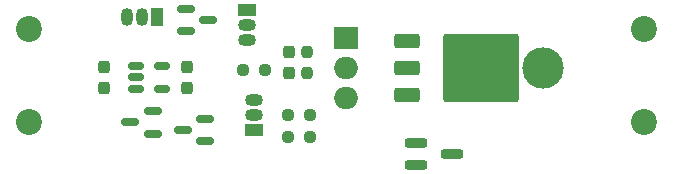
<source format=gbr>
%TF.GenerationSoftware,KiCad,Pcbnew,9.0.6*%
%TF.CreationDate,2025-11-17T11:05:33-05:00*%
%TF.ProjectId,vldo,766c646f-2e6b-4696-9361-645f70636258,0.1*%
%TF.SameCoordinates,Original*%
%TF.FileFunction,Soldermask,Top*%
%TF.FilePolarity,Negative*%
%FSLAX46Y46*%
G04 Gerber Fmt 4.6, Leading zero omitted, Abs format (unit mm)*
G04 Created by KiCad (PCBNEW 9.0.6) date 2025-11-17 11:05:33*
%MOMM*%
%LPD*%
G01*
G04 APERTURE LIST*
G04 Aperture macros list*
%AMRoundRect*
0 Rectangle with rounded corners*
0 $1 Rounding radius*
0 $2 $3 $4 $5 $6 $7 $8 $9 X,Y pos of 4 corners*
0 Add a 4 corners polygon primitive as box body*
4,1,4,$2,$3,$4,$5,$6,$7,$8,$9,$2,$3,0*
0 Add four circle primitives for the rounded corners*
1,1,$1+$1,$2,$3*
1,1,$1+$1,$4,$5*
1,1,$1+$1,$6,$7*
1,1,$1+$1,$8,$9*
0 Add four rect primitives between the rounded corners*
20,1,$1+$1,$2,$3,$4,$5,0*
20,1,$1+$1,$4,$5,$6,$7,0*
20,1,$1+$1,$6,$7,$8,$9,0*
20,1,$1+$1,$8,$9,$2,$3,0*%
G04 Aperture macros list end*
%ADD10C,2.200000*%
%ADD11RoundRect,0.200000X-0.750000X-0.200000X0.750000X-0.200000X0.750000X0.200000X-0.750000X0.200000X0*%
%ADD12RoundRect,0.237500X-0.250000X-0.237500X0.250000X-0.237500X0.250000X0.237500X-0.250000X0.237500X0*%
%ADD13C,3.500000*%
%ADD14R,2.000000X1.905000*%
%ADD15O,2.000000X1.905000*%
%ADD16RoundRect,0.237500X0.237500X-0.250000X0.237500X0.250000X-0.237500X0.250000X-0.237500X-0.250000X0*%
%ADD17RoundRect,0.250000X-0.850000X-0.350000X0.850000X-0.350000X0.850000X0.350000X-0.850000X0.350000X0*%
%ADD18RoundRect,0.249997X-2.950003X-2.650003X2.950003X-2.650003X2.950003X2.650003X-2.950003X2.650003X0*%
%ADD19RoundRect,0.150000X-0.512500X-0.150000X0.512500X-0.150000X0.512500X0.150000X-0.512500X0.150000X0*%
%ADD20RoundRect,0.237500X0.237500X-0.300000X0.237500X0.300000X-0.237500X0.300000X-0.237500X-0.300000X0*%
%ADD21R,1.050000X1.500000*%
%ADD22O,1.050000X1.500000*%
%ADD23RoundRect,0.150000X0.587500X0.150000X-0.587500X0.150000X-0.587500X-0.150000X0.587500X-0.150000X0*%
%ADD24R,1.500000X1.050000*%
%ADD25O,1.500000X1.050000*%
%ADD26RoundRect,0.237500X-0.237500X0.300000X-0.237500X-0.300000X0.237500X-0.300000X0.237500X0.300000X0*%
%ADD27RoundRect,0.150000X-0.587500X-0.150000X0.587500X-0.150000X0.587500X0.150000X-0.587500X0.150000X0*%
G04 APERTURE END LIST*
D10*
%TO.C,J2*%
X163830000Y-73380000D03*
X163830000Y-81280000D03*
%TD*%
D11*
%TO.C,M4*%
X144550000Y-82997000D03*
X144550000Y-84897000D03*
X147550000Y-83947000D03*
%TD*%
D12*
%TO.C,R2*%
X129897500Y-76835000D03*
X131722500Y-76835000D03*
%TD*%
D10*
%TO.C,J1*%
X111760000Y-81280000D03*
X111760000Y-73380000D03*
%TD*%
D13*
%TO.C,M2*%
X155294746Y-76708000D03*
D14*
X138634746Y-74168000D03*
D15*
X138634746Y-76708000D03*
X138634746Y-79248000D03*
%TD*%
D16*
%TO.C,R1*%
X135255000Y-77112500D03*
X135255000Y-75287500D03*
%TD*%
D12*
%TO.C,R4*%
X133707500Y-80645000D03*
X135532500Y-80645000D03*
%TD*%
D17*
%TO.C,M1*%
X143732020Y-74428000D03*
X143732020Y-76708000D03*
D18*
X150032020Y-76708000D03*
D17*
X143732020Y-78988000D03*
%TD*%
D19*
%TO.C,U1*%
X120782500Y-76520000D03*
X120782500Y-77470000D03*
X120782500Y-78420000D03*
X123057500Y-78420000D03*
X123057500Y-76520000D03*
%TD*%
D20*
%TO.C,C1*%
X133731000Y-77062500D03*
X133731000Y-75337500D03*
%TD*%
D21*
%TO.C,U4*%
X122555000Y-72390000D03*
D22*
X121285000Y-72390000D03*
X120015000Y-72390000D03*
%TD*%
D23*
%TO.C,U3*%
X122222500Y-82230000D03*
X122222500Y-80330000D03*
X120347500Y-81280000D03*
%TD*%
%TO.C,Q4*%
X126667500Y-82865000D03*
X126667500Y-80965000D03*
X124792500Y-81915000D03*
%TD*%
D24*
%TO.C,Q1*%
X130175000Y-71755000D03*
D25*
X130175000Y-73025000D03*
X130175000Y-74295000D03*
%TD*%
D26*
%TO.C,C3*%
X118110000Y-76607500D03*
X118110000Y-78332500D03*
%TD*%
D20*
%TO.C,C2*%
X125095000Y-78332500D03*
X125095000Y-76607500D03*
%TD*%
D27*
%TO.C,Q3*%
X125046500Y-71667714D03*
X125046500Y-73567714D03*
X126921500Y-72617714D03*
%TD*%
D24*
%TO.C,Q2*%
X130810000Y-81915000D03*
D25*
X130810000Y-80645000D03*
X130810000Y-79375000D03*
%TD*%
D12*
%TO.C,R3*%
X133707500Y-82550000D03*
X135532500Y-82550000D03*
%TD*%
M02*

</source>
